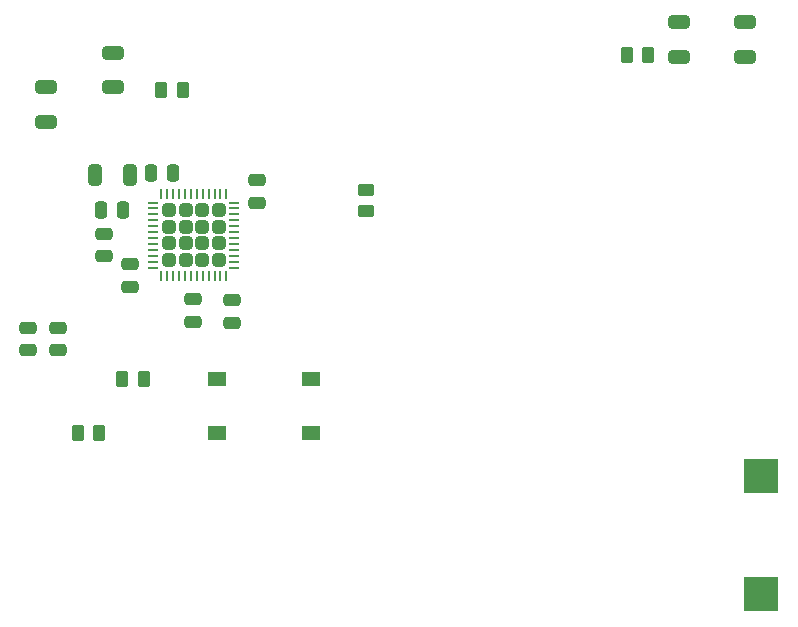
<source format=gtp>
G04 #@! TF.GenerationSoftware,KiCad,Pcbnew,6.0.11-2627ca5db0~126~ubuntu22.04.1*
G04 #@! TF.CreationDate,2023-02-05T11:24:23-03:00*
G04 #@! TF.ProjectId,ball_launcher_kicad,62616c6c-5f6c-4617-956e-636865725f6b,rev?*
G04 #@! TF.SameCoordinates,Original*
G04 #@! TF.FileFunction,Paste,Top*
G04 #@! TF.FilePolarity,Positive*
%FSLAX46Y46*%
G04 Gerber Fmt 4.6, Leading zero omitted, Abs format (unit mm)*
G04 Created by KiCad (PCBNEW 6.0.11-2627ca5db0~126~ubuntu22.04.1) date 2023-02-05 11:24:23*
%MOMM*%
%LPD*%
G01*
G04 APERTURE LIST*
G04 Aperture macros list*
%AMRoundRect*
0 Rectangle with rounded corners*
0 $1 Rounding radius*
0 $2 $3 $4 $5 $6 $7 $8 $9 X,Y pos of 4 corners*
0 Add a 4 corners polygon primitive as box body*
4,1,4,$2,$3,$4,$5,$6,$7,$8,$9,$2,$3,0*
0 Add four circle primitives for the rounded corners*
1,1,$1+$1,$2,$3*
1,1,$1+$1,$4,$5*
1,1,$1+$1,$6,$7*
1,1,$1+$1,$8,$9*
0 Add four rect primitives between the rounded corners*
20,1,$1+$1,$2,$3,$4,$5,0*
20,1,$1+$1,$4,$5,$6,$7,0*
20,1,$1+$1,$6,$7,$8,$9,0*
20,1,$1+$1,$8,$9,$2,$3,0*%
G04 Aperture macros list end*
%ADD10RoundRect,0.250000X-0.475000X0.250000X-0.475000X-0.250000X0.475000X-0.250000X0.475000X0.250000X0*%
%ADD11RoundRect,0.250000X0.262500X0.450000X-0.262500X0.450000X-0.262500X-0.450000X0.262500X-0.450000X0*%
%ADD12R,1.550000X1.300000*%
%ADD13RoundRect,0.250000X0.325000X0.650000X-0.325000X0.650000X-0.325000X-0.650000X0.325000X-0.650000X0*%
%ADD14RoundRect,0.250000X-0.262500X-0.450000X0.262500X-0.450000X0.262500X0.450000X-0.262500X0.450000X0*%
%ADD15RoundRect,0.250000X-0.650000X0.325000X-0.650000X-0.325000X0.650000X-0.325000X0.650000X0.325000X0*%
%ADD16RoundRect,0.250000X0.475000X-0.250000X0.475000X0.250000X-0.475000X0.250000X-0.475000X-0.250000X0*%
%ADD17R,3.000000X3.000000*%
%ADD18RoundRect,0.250000X0.450000X-0.262500X0.450000X0.262500X-0.450000X0.262500X-0.450000X-0.262500X0*%
%ADD19RoundRect,0.250000X-0.250000X-0.475000X0.250000X-0.475000X0.250000X0.475000X-0.250000X0.475000X0*%
%ADD20RoundRect,0.250000X0.250000X0.475000X-0.250000X0.475000X-0.250000X-0.475000X0.250000X-0.475000X0*%
%ADD21RoundRect,0.250000X-0.315000X-0.315000X0.315000X-0.315000X0.315000X0.315000X-0.315000X0.315000X0*%
%ADD22RoundRect,0.062500X-0.375000X-0.062500X0.375000X-0.062500X0.375000X0.062500X-0.375000X0.062500X0*%
%ADD23RoundRect,0.062500X-0.062500X-0.375000X0.062500X-0.375000X0.062500X0.375000X-0.062500X0.375000X0*%
%ADD24RoundRect,0.250000X0.650000X-0.325000X0.650000X0.325000X-0.650000X0.325000X-0.650000X-0.325000X0*%
G04 APERTURE END LIST*
D10*
X218305000Y-113730000D03*
X218305000Y-115630000D03*
D11*
X264392500Y-98580000D03*
X262567500Y-98580000D03*
D10*
X231305000Y-109230000D03*
X231305000Y-111130000D03*
D12*
X227905000Y-130580000D03*
X235855000Y-130580000D03*
X235855000Y-126080000D03*
X227905000Y-126080000D03*
D13*
X220480000Y-108770000D03*
X217530000Y-108770000D03*
D10*
X225890000Y-119281252D03*
X225890000Y-121181252D03*
X229165000Y-119380000D03*
X229165000Y-121280000D03*
D14*
X216092500Y-130655000D03*
X217917500Y-130655000D03*
D15*
X219105000Y-98405000D03*
X219105000Y-101355000D03*
D16*
X214385000Y-123597500D03*
X214385000Y-121697500D03*
D14*
X219840000Y-126082500D03*
X221665000Y-126082500D03*
D16*
X211845000Y-123597500D03*
X211845000Y-121697500D03*
D14*
X223152500Y-101607500D03*
X224977500Y-101607500D03*
D17*
X273970000Y-134280000D03*
X273970000Y-144280000D03*
D18*
X240505000Y-111842500D03*
X240505000Y-110017500D03*
D19*
X222255000Y-108580000D03*
X224155000Y-108580000D03*
D20*
X219955000Y-111760000D03*
X218055000Y-111760000D03*
D10*
X220505000Y-116330000D03*
X220505000Y-118230000D03*
D21*
X225225000Y-114560000D03*
X226625000Y-115960000D03*
X223825000Y-113160000D03*
X226625000Y-113160000D03*
X223825000Y-111760000D03*
X228025000Y-115960000D03*
X225225000Y-115960000D03*
X226625000Y-114560000D03*
X228025000Y-114560000D03*
X223825000Y-114560000D03*
X228025000Y-111760000D03*
X228025000Y-113160000D03*
X223825000Y-115960000D03*
X225225000Y-111760000D03*
X226625000Y-111760000D03*
X225225000Y-113160000D03*
D22*
X222487500Y-111110000D03*
X222487500Y-111610000D03*
X222487500Y-112110000D03*
X222487500Y-112610000D03*
X222487500Y-113110000D03*
X222487500Y-113610000D03*
X222487500Y-114110000D03*
X222487500Y-114610000D03*
X222487500Y-115110000D03*
X222487500Y-115610000D03*
X222487500Y-116110000D03*
X222487500Y-116610000D03*
D23*
X223175000Y-117297500D03*
X223675000Y-117297500D03*
X224175000Y-117297500D03*
X224675000Y-117297500D03*
X225175000Y-117297500D03*
X225675000Y-117297500D03*
X226175000Y-117297500D03*
X226675000Y-117297500D03*
X227175000Y-117297500D03*
X227675000Y-117297500D03*
X228175000Y-117297500D03*
X228675000Y-117297500D03*
D22*
X229362500Y-116610000D03*
X229362500Y-116110000D03*
X229362500Y-115610000D03*
X229362500Y-115110000D03*
X229362500Y-114610000D03*
X229362500Y-114110000D03*
X229362500Y-113610000D03*
X229362500Y-113110000D03*
X229362500Y-112610000D03*
X229362500Y-112110000D03*
X229362500Y-111610000D03*
X229362500Y-111110000D03*
D23*
X228675000Y-110422500D03*
X228175000Y-110422500D03*
X227675000Y-110422500D03*
X227175000Y-110422500D03*
X226675000Y-110422500D03*
X226175000Y-110422500D03*
X225675000Y-110422500D03*
X225175000Y-110422500D03*
X224675000Y-110422500D03*
X224175000Y-110422500D03*
X223675000Y-110422500D03*
X223175000Y-110422500D03*
D15*
X213432500Y-101303748D03*
X213432500Y-104253748D03*
D24*
X272605000Y-98755000D03*
X272605000Y-95805000D03*
X267005000Y-98755000D03*
X267005000Y-95805000D03*
M02*

</source>
